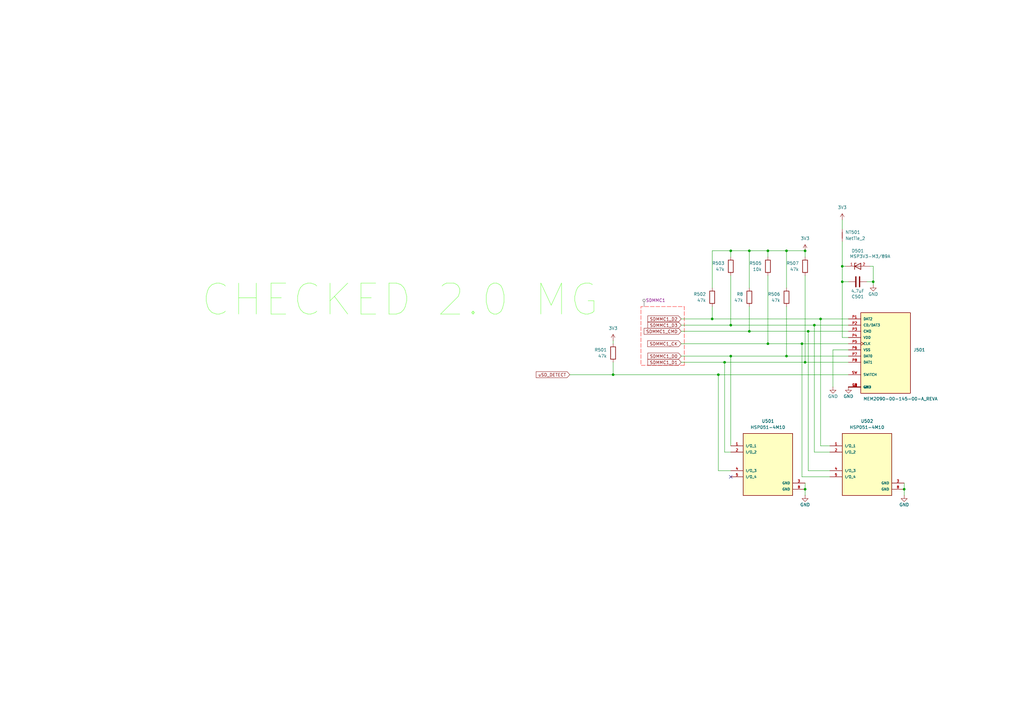
<source format=kicad_sch>
(kicad_sch (version 20250114) (generator "eeschema") (generator_version "9.0")
  (paper "A3")
  (title_block (title "DECKTRIX") (company "DECKTRIX-LAB") (comment 1 "Author: Mykola Grodskyi") (comment 2 "Copyright © 2025 Mykola Grodskyi.") (comment 3 "Licensed under CERN-OHL-S v2 (see LICENSE for details)") (comment 4 "PROVIDED \"AS IS\" WITHOUT WARRANTY OF ANY KIND") (comment 5 "Source: https://github.com/Decktrix-Lab/decktrix"))
  (lib_symbols
    (symbol "Device:C" (pin_numbers (hide yes)) (pin_names (offset 0.254))
      (property "Reference" "C" (at 0.635 2.54 0))
      (property "Value" "C" (at 0.635 -2.54 0))
      (symbol "C_0_1"
        (polyline (pts (xy -2.032 0.762) (xy 2.032 0.762)) (stroke (width 0.508)))
        (polyline (pts (xy -2.032 -0.762) (xy 2.032 -0.762)) (stroke (width 0.508)))
      )
      (symbol "C_1_1"
        (pin passive line (at 0 3.81 270) (length 2.794) (name "~") (number "1"))
        (pin passive line (at 0 -3.81 90) (length 2.794) (name "~") (number "2"))
      )
    )
    (symbol "Device:NetTie_2" (pin_numbers (hide yes)) (pin_names (offset 0) (hide yes)) (in_bom no)
      (property "Reference" "NT" (at 0 1.27 0))
      (property "Value" "NetTie_2" (at 0 -1.27 0))
      (symbol "NetTie_2_0_1"
        (polyline (pts (xy -1.27 0) (xy 1.27 0)) (stroke (width 0.254)))
      )
      (symbol "NetTie_2_1_1"
        (pin passive line (at -2.54 0 0) (length 2.54) (name "1") (number "1"))
        (pin passive line (at 2.54 0 180) (length 2.54) (name "2") (number "2"))
      )
    )
    (symbol "Device:R" (pin_numbers (hide yes)) (pin_names (offset 0))
      (property "Reference" "R" (at 2.032 0 90))
      (property "Value" "R" (at 0 0 90))
      (symbol "R_0_1"
        (rectangle (start -1.016 -2.54) (end 1.016 2.54) (stroke (width 0.254)))
      )
      (symbol "R_1_1"
        (pin passive line (at 0 3.81 270) (length 1.27) (name "~") (number "1"))
        (pin passive line (at 0 -3.81 90) (length 1.27) (name "~") (number "2"))
      )
    )
    (symbol "HSP051-4M10:HSP051-4M10" (pin_names (offset 1.016))
      (property "Reference" "U4" (at 0 17.78 0))
      (property "Value" "HSP051-4M10" (at 0 15.24 0))
      (symbol "HSP051-4M10_0_0"
        (rectangle (start -10.16 -12.7) (end 10.16 12.7) (stroke (width 0.254)) (fill (type background)))
        (pin passive line (at -15.24 7.62 0) (length 5.08) (name "I/O_1") (number "1"))
        (pin passive line (at -15.24 5.08 0) (length 5.08) (name "I/O_2") (number "2"))
        (pin passive line (at -15.24 -2.54 0) (length 5.08) (name "I/O_3") (number "4"))
        (pin passive line (at -15.24 -5.08 0) (length 5.08) (name "I/O_4") (number "5"))
        (pin power_in line (at 15.24 -7.62 180) (length 5.08) (name "GND") (number "3"))
        (pin power_in line (at 15.24 -10.16 180) (length 5.08) (name "GND") (number "8"))
      )
      (symbol "HSP051-4M10_1_0"
        (pin passive line (at -15.24 7.62 0) (length 5.08) (hide yes) (name "NC") (number "10"))
        (pin passive line (at -15.24 5.08 0) (length 5.08) (hide yes) (name "NC") (number "9"))
        (pin passive line (at -15.24 -2.54 0) (length 5.08) (hide yes) (name "NC") (number "7"))
        (pin passive line (at -15.24 -5.08 0) (length 5.08) (hide yes) (name "NC") (number "6"))
      )
    )
    (symbol "MEM2090-00-145-00-A_REVA:MEM2090-00-145-00-A_REVA" (pin_names (offset 1.016))
      (property "Reference" "J" (at -10.16 16.002 0))
      (property "Value" "MEM2090-00-145-00-A_REVA" (at -10.16 -20.32 0))
      (symbol "MEM2090-00-145-00-A_REVA_0_0"
        (rectangle (start -10.16 -17.78) (end 10.16 15.24) (stroke (width 0.254)) (fill (type background)))
        (pin bidirectional line (at -15.24 12.7 0) (length 5.08) (name "DAT2") (number "P1"))
        (pin bidirectional line (at -15.24 10.16 0) (length 5.08) (name "CD/DAT3") (number "P2"))
        (pin input line (at -15.24 7.62 0) (length 5.08) (name "CMD") (number "P3"))
        (pin power_in line (at -15.24 5.08 0) (length 5.08) (name "VDD") (number "P4"))
        (pin input clock (at -15.24 2.54 0) (length 5.08) (name "CLK") (number "P5"))
        (pin power_in line (at -15.24 0 0) (length 5.08) (name "VSS") (number "P6"))
        (pin bidirectional line (at -15.24 -2.54 0) (length 5.08) (name "DAT0") (number "P7"))
        (pin bidirectional line (at -15.24 -5.08 0) (length 5.08) (name "DAT1") (number "P8"))
        (pin bidirectional line (at -15.24 -10.16 0) (length 5.08) (name "SWITCH") (number "SW"))
        (pin power_in line (at -15.24 -15.24 0) (length 5.08) (name "GND") (number "G1"))
        (pin power_in line (at -15.24 -15.24 0) (length 5.08) (name "GND") (number "G2"))
        (pin power_in line (at -15.24 -15.24 0) (length 5.08) (name "GND") (number "G3"))
        (pin power_in line (at -15.24 -15.24 0) (length 5.08) (name "GND") (number "G4"))
        (pin power_in line (at -15.24 -15.24 0) (length 5.08) (name "GND") (number "G5"))
        (pin power_in line (at -15.24 -15.24 0) (length 5.08) (name "GND") (number "G6"))
      )
    )
    (symbol "PTVS3V3S1UR:PTVS3V3S1UR" (pin_names (offset 1.016))
      (property "Reference" "D" (at -5.08 2.54 0))
      (symbol "PTVS3V3S1UR_0_0"
        (polyline (pts (xy -1.27 0) (xy -1.27 1.27)) (stroke (width 0.254)))
        (polyline (pts (xy -1.27 0) (xy 1.27 -1.27)) (stroke (width 0.254)))
        (polyline (pts (xy -1.27 -1.27) (xy -1.27 0)) (stroke (width 0.254)))
        (polyline (pts (xy -0.635 -1.27) (xy -1.27 -1.27)) (stroke (width 0.254)))
        (polyline (pts (xy 1.27 1.27) (xy -1.27 0)) (stroke (width 0.254)))
        (polyline (pts (xy 1.27 -1.27) (xy 1.27 1.27)) (stroke (width 0.254)))
      )
      (symbol "PTVS3V3S1UR_1_0"
        (pin passive line (at -5.08 0 0) (length 5.08) (name "~") (number "1"))
        (pin passive line (at 5.08 0 180) (length 5.08) (name "~") (number "2"))
      )
    )
    (symbol "power:+3.3V" (power) (pin_numbers (hide yes)) (pin_names (offset 0) (hide yes))
      (property "Value" "+3.3V" (at 0 3.556 0))
      (symbol "+3.3V_0_1"
        (polyline (pts (xy -0.762 1.27) (xy 0 2.54)))
        (polyline (pts (xy 0 2.54) (xy 0.762 1.27)))
        (polyline (pts (xy 0 0) (xy 0 2.54)))
      )
      (symbol "+3.3V_1_1"
        (pin power_in line (at 0 0 90) (length 0) (name "~") (number "1"))
      )
    )
    (symbol "power:GND" (power) (pin_numbers (hide yes)) (pin_names (offset 0) (hide yes))
      (property "Value" "GND" (at 0 -3.81 0))
      (symbol "GND_0_1"
        (polyline (pts (xy 0 0) (xy 0 -1.27) (xy 1.27 -1.27) (xy 0 -2.54) (xy -1.27 -1.27) (xy 0 -1.27)))
      )
      (symbol "GND_1_1"
        (pin power_in line (at 0 0 270) (length 0) (name "~") (number "1"))
      )
    )
  )
  (text "CHECKED 2.0 MG\n" (at 164.084 123.19 0) (effects (font (size 12.7 12.7))))
  (junction (at 345.44 109.22))
  (junction (at 322.58 146.05))
  (junction (at 330.2 148.59))
  (junction (at 370.84 200.66))
  (junction (at 328.93 140.97))
  (junction (at 358.14 115.57))
  (junction (at 314.96 140.97))
  (junction (at 345.44 115.57))
  (junction (at 330.2 102.87))
  (junction (at 334.01 133.35))
  (junction (at 251.46 153.67))
  (junction (at 322.58 102.87))
  (junction (at 307.34 135.89))
  (junction (at 297.18 148.59))
  (junction (at 292.1 130.81))
  (junction (at 294.64 153.67))
  (junction (at 314.96 102.87))
  (junction (at 331.47 135.89))
  (junction (at 299.72 146.05))
  (junction (at 336.55 130.81))
  (junction (at 299.72 102.87))
  (junction (at 330.2 200.66))
  (junction (at 307.34 102.87))
  (junction (at 299.72 133.35))
  (no_connect (at 299.72 195.58))
  (wire (pts (xy 345.44 115.57) (xy 347.98 115.57)))
  (wire (pts (xy 279.4 146.05) (xy 299.72 146.05)))
  (wire (pts (xy 370.84 200.66) (xy 370.84 203.2)))
  (wire (pts (xy 307.34 135.89) (xy 331.47 135.89)))
  (wire (pts (xy 322.58 125.73) (xy 322.58 146.05)))
  (wire (pts (xy 314.96 102.87) (xy 314.96 105.41)))
  (wire (pts (xy 358.14 115.57) (xy 355.6 115.57)))
  (wire (pts (xy 299.72 146.05) (xy 322.58 146.05)))
  (wire (pts (xy 233.68 153.67) (xy 251.46 153.67)))
  (wire (pts (xy 279.4 140.97) (xy 314.96 140.97)))
  (wire (pts (xy 340.36 182.88) (xy 336.55 182.88)))
  (wire (pts (xy 279.4 148.59) (xy 297.18 148.59)))
  (wire (pts (xy 340.36 195.58) (xy 328.93 195.58)))
  (wire (pts (xy 307.34 125.73) (xy 307.34 135.89)))
  (wire (pts (xy 331.47 135.89) (xy 331.47 193.04)))
  (wire (pts (xy 299.72 113.03) (xy 299.72 133.35)))
  (wire (pts (xy 279.4 133.35) (xy 299.72 133.35)))
  (wire (pts (xy 334.01 133.35) (xy 347.98 133.35)))
  (wire (pts (xy 347.98 143.51) (xy 341.63 143.51)))
  (wire (pts (xy 330.2 198.12) (xy 330.2 200.66)))
  (wire (pts (xy 299.72 193.04) (xy 294.64 193.04)))
  (wire (pts (xy 251.46 153.67) (xy 294.64 153.67)))
  (wire (pts (xy 345.44 115.57) (xy 345.44 138.43)))
  (wire (pts (xy 347.98 138.43) (xy 345.44 138.43)))
  (wire (pts (xy 322.58 102.87) (xy 314.96 102.87)))
  (wire (pts (xy 336.55 130.81) (xy 347.98 130.81)))
  (wire (pts (xy 358.14 116.84) (xy 358.14 115.57)))
  (wire (pts (xy 340.36 193.04) (xy 331.47 193.04)))
  (wire (pts (xy 299.72 133.35) (xy 334.01 133.35)))
  (wire (pts (xy 314.96 102.87) (xy 307.34 102.87)))
  (wire (pts (xy 322.58 118.11) (xy 322.58 102.87)))
  (wire (pts (xy 345.44 109.22) (xy 346.71 109.22)))
  (wire (pts (xy 279.4 135.89) (xy 307.34 135.89)))
  (wire (pts (xy 370.84 198.12) (xy 370.84 200.66)))
  (wire (pts (xy 292.1 102.87) (xy 299.72 102.87)))
  (wire (pts (xy 292.1 118.11) (xy 292.1 102.87)))
  (wire (pts (xy 294.64 153.67) (xy 347.98 153.67)))
  (wire (pts (xy 297.18 148.59) (xy 330.2 148.59)))
  (wire (pts (xy 328.93 140.97) (xy 347.98 140.97)))
  (wire (pts (xy 307.34 102.87) (xy 299.72 102.87)))
  (wire (pts (xy 292.1 125.73) (xy 292.1 130.81)))
  (wire (pts (xy 358.14 109.22) (xy 358.14 115.57)))
  (wire (pts (xy 314.96 140.97) (xy 328.93 140.97)))
  (wire (pts (xy 345.44 109.22) (xy 345.44 115.57)))
  (wire (pts (xy 251.46 148.59) (xy 251.46 153.67)))
  (wire (pts (xy 331.47 135.89) (xy 347.98 135.89)))
  (wire (pts (xy 299.72 185.42) (xy 297.18 185.42)))
  (wire (pts (xy 334.01 133.35) (xy 334.01 185.42)))
  (wire (pts (xy 345.44 90.17) (xy 345.44 93.98)))
  (wire (pts (xy 340.36 185.42) (xy 334.01 185.42)))
  (wire (pts (xy 297.18 148.59) (xy 297.18 185.42)))
  (wire (pts (xy 330.2 113.03) (xy 330.2 148.59)))
  (wire (pts (xy 336.55 182.88) (xy 336.55 130.81)))
  (wire (pts (xy 322.58 146.05) (xy 347.98 146.05)))
  (wire (pts (xy 299.72 146.05) (xy 299.72 182.88)))
  (wire (pts (xy 294.64 193.04) (xy 294.64 153.67)))
  (wire (pts (xy 330.2 148.59) (xy 347.98 148.59)))
  (wire (pts (xy 314.96 113.03) (xy 314.96 140.97)))
  (wire (pts (xy 345.44 99.06) (xy 345.44 109.22)))
  (wire (pts (xy 251.46 139.7) (xy 251.46 140.97)))
  (wire (pts (xy 330.2 102.87) (xy 322.58 102.87)))
  (wire (pts (xy 299.72 102.87) (xy 299.72 105.41)))
  (wire (pts (xy 292.1 130.81) (xy 336.55 130.81)))
  (wire (pts (xy 356.87 109.22) (xy 358.14 109.22)))
  (wire (pts (xy 330.2 102.87) (xy 330.2 105.41)))
  (wire (pts (xy 279.4 130.81) (xy 292.1 130.81)))
  (wire (pts (xy 307.34 102.87) (xy 307.34 118.11)))
  (wire (pts (xy 328.93 140.97) (xy 328.93 195.58)))
  (wire (pts (xy 330.2 200.66) (xy 330.2 203.2)))
  (wire (pts (xy 341.63 143.51) (xy 341.63 158.75)))
  (global_label "SDMMC1_D3" (shape input) (at 279.4 133.35 180) (property "Intersheetrefs" "${INTERSHEET_REFS}" (effects (hide yes))))
  (global_label "SDMMC1_CMD" (shape input) (at 279.4 135.89 180) (property "Intersheetrefs" "${INTERSHEET_REFS}" (effects (hide yes))))
  (global_label "uSD_DETECT" (shape input) (at 233.68 153.67 180) (property "Intersheetrefs" "${INTERSHEET_REFS}" (effects (hide yes))))
  (global_label "SDMMC1_D1" (shape input) (at 279.4 148.59 180) (property "Intersheetrefs" "${INTERSHEET_REFS}" (effects (hide yes))))
  (global_label "SDMMC1_CK" (shape input) (at 279.4 140.97 180) (property "Intersheetrefs" "${INTERSHEET_REFS}" (effects (hide yes))))
  (global_label "SDMMC1_D0" (shape input) (at 279.4 146.05 180) (property "Intersheetrefs" "${INTERSHEET_REFS}" (effects (hide yes))))
  (global_label "SDMMC1_D2" (shape input) (at 279.4 130.81 180) (property "Intersheetrefs" "${INTERSHEET_REFS}" (effects (hide yes))))
  (rule_area (polyline (pts (xy 280.67 149.86) (xy 262.89 149.86) (xy 262.89 125.73) (xy 280.67 125.73)) (stroke (width 0) (type dash))))
  (netclass_flag "" (length 2.54) (shape round) (at 264.16 125.73 0) (property "Netclass" "SDMMC1" (at 264.8585 123.19 0) (effects (justify left))))
  (symbol (lib_id "Device:R") (at 330.2 109.22 0) (mirror x) (unit 1)
    (property "Reference" "R507" (at 327.66 107.9499 0) (effects (justify right)))
    (property "Value" "47k" (at 327.66 110.4899 0) (effects (justify right)))
    (property "Footprint" "Resistor_SMD:R_0402_1005Metric" (effects (hide yes)))
    (property "Description" "Resistor" (effects (hide yes)))
    (property "LCSC Part #" "C25792" (effects (hide yes)))
  )
  (symbol (lib_id "power:+3.3V") (at 330.2 102.87 0) (unit 1)
    (property "Reference" "#PWR0502" (effects (hide yes)))
    (property "Value" "3V3" (at 330.2 97.79 0))
    (property "Description" "Power symbol creates a global label with name \"+3.3V\"" (effects (hide yes)))
  )
  (symbol (lib_id "power:GND") (at 358.14 116.84 0) (unit 1)
    (property "Reference" "#PWR0507" (effects (hide yes)))
    (property "Value" "GND" (at 358.14 120.65 0))
    (property "Description" "Power symbol creates a global label with name \"GND\" , ground" (effects (hide yes)))
  )
  (symbol (lib_id "power:GND") (at 330.2 203.2 0) (unit 1)
    (property "Reference" "#PWR0503" (effects (hide yes)))
    (property "Value" "GND" (at 330.2 207.01 0))
    (property "Description" "Power symbol creates a global label with name \"GND\" , ground" (effects (hide yes)))
  )
  (symbol (lib_id "MEM2090-00-145-00-A_REVA:MEM2090-00-145-00-A_REVA") (at 363.22 143.51 0) (unit 1)
    (property "Reference" "J501" (at 374.65 143.5099 0) (effects (justify left)))
    (property "Value" "MEM2090-00-145-00-A_REVA" (at 354.076 163.576 0) (effects (justify left)))
    (property "Footprint" "lib:GCT_MEM2090-00-145-00-A_REVA" (effects (hide yes)))
    (property "MP" "MEM2090-00-145-00-A" (effects (hide yes)))
    (property "Mouser P/N" "640-MEM20900014500A" (effects (hide yes)))
    (property "REC P/N" "MEM2090-00-145-00-A" (effects (hide yes)))
  )
  (symbol (lib_id "Device:NetTie_2") (at 345.44 96.52 90) (unit 1) (in_bom no)
    (property "Reference" "NT501" (at 346.71 95.2499 90) (effects (justify right)))
    (property "Value" "NetTie_2" (at 346.71 97.7899 90) (effects (justify right)))
    (property "Footprint" "NetTie:NetTie-2_SMD_Pad0.5mm" (effects (hide yes)))
    (property "Description" "Net tie, 2 pins" (effects (hide yes)))
  )
  (symbol (lib_id "power:GND") (at 347.98 158.75 0) (unit 1)
    (property "Reference" "#PWR0506" (effects (hide yes)))
    (property "Value" "GND" (at 347.98 162.56 0))
    (property "Description" "Power symbol creates a global label with name \"GND\" , ground" (effects (hide yes)))
  )
  (symbol (lib_id "power:GND") (at 341.63 158.75 0) (unit 1)
    (property "Reference" "#PWR0504" (effects (hide yes)))
    (property "Value" "GND" (at 341.63 162.56 0))
    (property "Description" "Power symbol creates a global label with name \"GND\" , ground" (effects (hide yes)))
  )
  (symbol (lib_id "HSP051-4M10:HSP051-4M10") (at 355.6 190.5 0) (unit 1)
    (property "Reference" "U502" (at 355.6 172.72 0))
    (property "Value" "HSP051-4M10" (at 355.6 175.26 0))
    (property "Footprint" "lib:IC_HSP051-4M10" (effects (hide yes)))
    (property "MF" "STMicroelectronics" (effects (hide yes)))
    (property "MAXIMUM_PACKAGE_HEIGHT" "0.5mm" (effects (hide yes)))
    (property "Package" "UQFN-10 STMicroelectronics" (effects (hide yes)))
    (property "Description_1" "10V Clamp 1A (8/20µs) Ipp Tvs Diode Surface Mount 10-UQFN (2.5x1)" (effects (hide yes)))
    (property "MANUFACTURER" "STMicroelectronics" (effects (hide yes)))
    (property "Mouser P/N" "511-HSP051-4M10" (effects (hide yes)))
    (property "LCSC Part #" "C1973641" (effects (hide yes)))
    (property "REC P/N" " HSP051-4M10" (effects (hide yes)))
  )
  (symbol (lib_id "power:GND") (at 370.84 203.2 0) (unit 1)
    (property "Reference" "#PWR0508" (effects (hide yes)))
    (property "Value" "GND" (at 370.84 207.01 0))
    (property "Description" "Power symbol creates a global label with name \"GND\" , ground" (effects (hide yes)))
  )
  (symbol (lib_id "power:+3.3V") (at 345.44 90.17 0) (unit 1)
    (property "Reference" "#PWR0505" (effects (hide yes)))
    (property "Value" "3V3" (at 345.44 85.09 0))
    (property "Description" "Power symbol creates a global label with name \"+3.3V\"" (effects (hide yes)))
  )
  (symbol (lib_id "PTVS3V3S1UR:PTVS3V3S1UR") (at 351.79 109.22 0) (mirror x) (unit 1)
    (property "Reference" "D501" (at 351.79 102.87 0))
    (property "Value" "MSP3V3-M3/89A" (at 356.87 105.156 0))
    (property "Footprint" "Diode_SMD:D_MicroSMP_KA" (effects (hide yes)))
    (property "MF" "NXP Semiconductors" (effects (hide yes)))
    (property "Package" "None" (effects (hide yes)))
    (property "Price" "None" (effects (hide yes)))
    (property "Check_prices" "https://www.snapeda.com/parts/PTVS3V3S1UR/NXP+Semiconductors/view-part/?ref=eda" (effects (hide yes)))
    (property "STANDARD" "Manufacturer Recommendations" (effects (hide yes)))
    (property "PARTREV" "Rev. 3" (effects (hide yes)))
    (property "SnapEDA_Link" "https://www.snapeda.com/parts/PTVS3V3S1UR/NXP+Semiconductors/view-part/?ref=snap" (effects (hide yes)))
    (property "Description_1" "TVS Diode Single Uni-Dir 3.3V 400W Automotive 2-Pin SOD-123W T/R" (effects (hide yes)))
    (property "Availability" "In Stock" (effects (hide yes)))
    (property "MANUFACTURER" "Nexperia" (effects (hide yes)))
    (property "LCSC Part #" "C506620" (effects (hide yes)))
  )
  (symbol (lib_id "Device:R") (at 314.96 109.22 0) (mirror x) (unit 1)
    (property "Reference" "R505" (at 312.42 107.9499 0) (effects (justify right)))
    (property "Value" "10k" (at 312.42 110.4899 0) (effects (justify right)))
    (property "Footprint" "Resistor_SMD:R_0402_1005Metric" (effects (hide yes)))
    (property "Description" "Resistor" (effects (hide yes)))
    (property "LCSC Part #" "C25744" (effects (hide yes)))
  )
  (symbol (lib_id "Device:R") (at 292.1 121.92 0) (mirror x) (unit 1)
    (property "Reference" "R502" (at 289.56 120.6499 0) (effects (justify right)))
    (property "Value" "47k" (at 289.56 123.1899 0) (effects (justify right)))
    (property "Footprint" "Resistor_SMD:R_0402_1005Metric" (effects (hide yes)))
    (property "Description" "Resistor" (effects (hide yes)))
    (property "LCSC Part #" "C25792" (effects (hide yes)))
  )
  (symbol (lib_id "Device:R") (at 251.46 144.78 0) (mirror x) (unit 1)
    (property "Reference" "R501" (at 248.92 143.5099 0) (effects (justify right)))
    (property "Value" "47k" (at 248.92 146.0499 0) (effects (justify right)))
    (property "Footprint" "Resistor_SMD:R_0402_1005Metric" (effects (hide yes)))
    (property "Description" "Resistor" (effects (hide yes)))
    (property "LCSC Part #" "C25792" (effects (hide yes)))
  )
  (symbol (lib_id "Device:C") (at 351.79 115.57 270) (unit 1)
    (property "Reference" "C501" (at 351.79 121.666 90))
    (property "Value" "4.7uF" (at 351.79 119.38 90))
    (property "Footprint" "lib:C_0402_small" (effects (hide yes)))
    (property "Description" "Unpolarized capacitor" (effects (hide yes)))
    (property "Mouser P/N" "81-GRM155R60J475ME7J" (effects (hide yes)))
    (property "LCSC Part #" "C23733" (effects (hide yes)))
    (property "REC P/N" "GRM155R60J475ME47" (effects (hide yes)))
  )
  (symbol (lib_id "power:+3.3V") (at 251.46 139.7 0) (unit 1)
    (property "Reference" "#PWR0501" (effects (hide yes)))
    (property "Value" "3V3" (at 251.46 134.62 0))
    (property "Description" "Power symbol creates a global label with name \"+3.3V\"" (effects (hide yes)))
  )
  (symbol (lib_id "Device:R") (at 322.58 121.92 0) (mirror x) (unit 1)
    (property "Reference" "R506" (at 320.04 120.6499 0) (effects (justify right)))
    (property "Value" "47k" (at 320.04 123.1899 0) (effects (justify right)))
    (property "Footprint" "Resistor_SMD:R_0402_1005Metric" (effects (hide yes)))
    (property "Description" "Resistor" (effects (hide yes)))
    (property "LCSC Part #" "C25792" (effects (hide yes)))
  )
  (symbol (lib_id "HSP051-4M10:HSP051-4M10") (at 314.96 190.5 0) (unit 1)
    (property "Reference" "U501" (at 314.96 172.72 0))
    (property "Value" "HSP051-4M10" (at 314.96 175.26 0))
    (property "Footprint" "lib:IC_HSP051-4M10" (effects (hide yes)))
    (property "MF" "STMicroelectronics" (effects (hide yes)))
    (property "MAXIMUM_PACKAGE_HEIGHT" "0.5mm" (effects (hide yes)))
    (property "Package" "UQFN-10 STMicroelectronics" (effects (hide yes)))
    (property "Description_1" "10V Clamp 1A (8/20µs) Ipp Tvs Diode Surface Mount 10-UQFN (2.5x1)" (effects (hide yes)))
    (property "MANUFACTURER" "STMicroelectronics" (effects (hide yes)))
    (property "Mouser P/N" "511-HSP051-4M10" (effects (hide yes)))
    (property "LCSC Part #" "C1973641" (effects (hide yes)))
    (property "REC P/N" " HSP051-4M10" (effects (hide yes)))
  )
  (symbol (lib_id "Device:R") (at 299.72 109.22 0) (mirror x) (unit 1)
    (property "Reference" "R503" (at 297.18 107.9499 0) (effects (justify right)))
    (property "Value" "47k" (at 297.18 110.4899 0) (effects (justify right)))
    (property "Footprint" "Resistor_SMD:R_0402_1005Metric" (effects (hide yes)))
    (property "Description" "Resistor" (effects (hide yes)))
    (property "LCSC Part #" "C25792" (effects (hide yes)))
  )
  (symbol (lib_id "Device:R") (at 307.34 121.92 0) (mirror x) (unit 1)
    (property "Reference" "R8" (at 304.8 120.6499 0) (effects (justify right)))
    (property "Value" "47k" (at 304.8 123.1899 0) (effects (justify right)))
    (property "Footprint" "Resistor_SMD:R_0402_1005Metric" (effects (hide yes)))
    (property "Description" "Resistor" (effects (hide yes)))
    (property "LCSC Part #" "C25792" (effects (hide yes)))
  )
)
</source>
